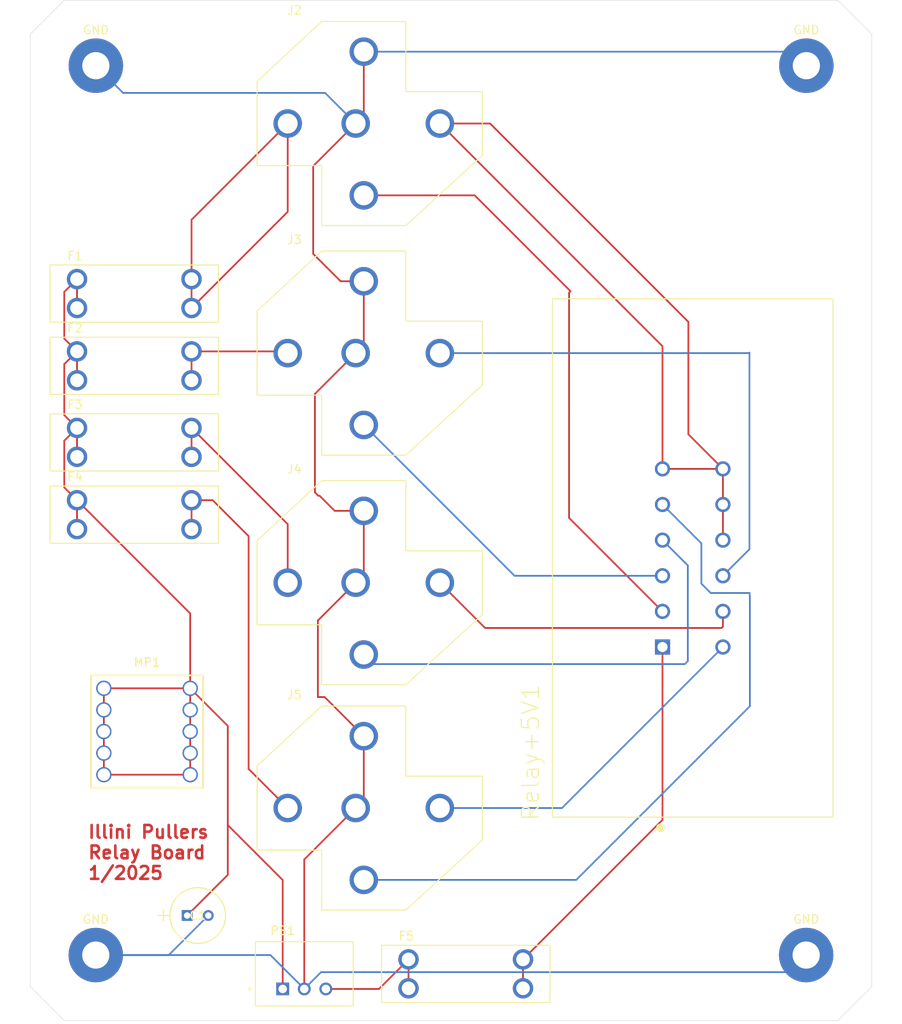
<source format=kicad_pcb>
(kicad_pcb (version 20240108) (generator "pcbnew") (generator_version "8.0")
  (layers (0 "F.Cu" signal) (31 "B.Cu" signal) (34 "B.Paste" user) (35 "F.Paste" user) (36 "B.SilkS" user "B.Silkscreen") (37 "F.SilkS" user "F.Silkscreen") (38 "B.Mask" user) (39 "F.Mask" user) (44 "Edge.Cuts" user))
  (net 0 "")
  (net 1 "+12V")
  (net 2 "Net-(F1-Pad2_1)")
  (net 3 "Net-(F2-Pad2_1)")
  (net 4 "Net-(F3-Pad2_1)")
  (net 5 "Net-(F4-Pad2_1)")
  (net 6 "Net-(PS1-+VOUT)")
  (net 7 "Net-(F5-Pad2_1)")
  (net 8 "Net-(J2-Pad30)")
  (net 9 "GND")
  (net 10 "Net-(J2-Pad85)")
  (net 11 "Net-(J3-Pad30)")
  (net 12 "Net-(J3-Pad85)")
  (net 13 "Net-(J4-Pad30)")
  (net 14 "Net-(J4-Pad85)")
  (net 15 "Net-(J5-Pad30)")
  (net 16 "Net-(J5-Pad85)")
  (footprint "3557_15:FUSE_3557-15" (layer "F.Cu") (at 71.12 95.04)
    (property "Reference" "F3" (at -6.985 -4.445 0) (layer "F.SilkS"))
    (property "Value" "3557-15")
    (fp_line (start -9.905 -3.365) (end -9.905 3.365) (stroke (width 0.127)) (layer "F.SilkS"))
    (fp_line (start -9.905 3.365) (end 9.905 3.365) (stroke (width 0.127)) (layer "F.SilkS"))
    (fp_line (start 9.905 -3.365) (end -9.905 -3.365) (stroke (width 0.127)) (layer "F.SilkS"))
    (fp_line (start 9.905 3.365) (end 9.905 -3.365) (stroke (width 0.127)) (layer "F.SilkS"))
    (pad "1_1" thru_hole circle (at -6.735 -1.7) (size 2.4 2.4) (drill 1.6) (layers "*.Cu" "*.Mask") (net 1 "+12V"))
    (pad "1_2" thru_hole circle (at -6.735 1.7) (size 2.4 2.4) (drill 1.6) (layers "*.Cu" "*.Mask"))
    (pad "2_1" thru_hole circle (at 6.735 -1.7) (size 2.4 2.4) (drill 1.6) (layers "*.Cu" "*.Mask") (net 4 "Net-(F3-Pad2_1)"))
    (pad "2_2" thru_hole circle (at 6.735 1.7) (size 2.4 2.4) (drill 1.6) (layers "*.Cu" "*.Mask"))
  )
  (footprint "DTM15-12PA:TE_DTM15-12PA" (layer "F.Cu") (at 136.82 108.63 90)
    (property "Reference" "Relay+5V1" (at -22.89625 -19.08021 90) (layer "F.SilkS") (effects (font (size 2.003165 2.003165))))
    (property "Value" "DTM15-12PA")
    (fp_line (start 30.48 -16.51) (end 30.48 16.51) (stroke (width 0.127)) (layer "F.SilkS"))
    (fp_line (start -30.48 -16.51) (end 30.48 -16.51) (stroke (width 0.127)) (layer "F.SilkS"))
    (fp_line (start 30.48 16.51) (end -30.48 16.51) (stroke (width 0.127)) (layer "F.SilkS"))
    (fp_line (start -30.48 16.51) (end -30.48 -16.51) (stroke (width 0.127)) (layer "F.SilkS"))
    (fp_circle (center -31.75 -3.81) (end -31.5 -3.81) (stroke (width 0.5)) (fill none) (layer "F.SilkS"))
    (pad "" np_thru_hole circle (at -17.41 -12.7 90) (size 2.99 2.99) (drill 2.99) (layers "*.Cu" "*.Mask"))
    (pad "" np_thru_hole circle (at -17.41 12.7 90) (size 2.99 2.99) (drill 2.99) (layers "*.Cu" "*.Mask"))
    (pad "" np_thru_hole circle (at 17.41 -12.7 90) (size 2.99 2.99) (drill 2.99) (layers "*.Cu" "*.Mask"))
    (pad "" np_thru_hole circle (at 17.41 12.7 90) (size 2.99 2.99) (drill 2.99) (layers "*.Cu" "*.Mask"))
    (pad "1" thru_hole rect (at -10.475 -3.555 90) (size 1.785 1.785) (drill 1.19) (layers "*.Cu" "*.Mask") (net 7 "Net-(F5-Pad2_1)"))
    (pad "2" thru_hole circle (at -6.285 -3.555 90) (size 1.785 1.785) (drill 1.19) (layers "*.Cu" "*.Mask") (net 10 "Net-(J2-Pad85)"))
    (pad "3" thru_hole circle (at -2.095 -3.555 90) (size 1.785 1.785) (drill 1.19) (layers "*.Cu" "*.Mask") (net 12 "Net-(J3-Pad85)"))
    (pad "4" thru_hole circle (at 2.095 -3.555 90) (size 1.785 1.785) (drill 1.19) (layers "*.Cu" "*.Mask") (net 14 "Net-(J4-Pad85)"))
    (pad "5" thru_hole circle (at 6.285 -3.555 90) (size 1.785 1.785) (drill 1.19) (layers "*.Cu" "*.Mask") (net 16 "Net-(J5-Pad85)"))
    (pad "6" thru_hole circle (at 10.475 -3.555 90) (size 1.785 1.785) (drill 1.19) (layers "*.Cu" "*.Mask") (net 8 "Net-(J2-Pad30)"))
    (pad "7" thru_hole circle (at 10.475 3.555 90) (size 1.785 1.785) (drill 1.19) (layers "*.Cu" "*.Mask") (net 8 "Net-(J2-Pad30)"))
    (pad "8" thru_hole circle (at 6.285 3.555 90) (size 1.785 1.785) (drill 1.19) (layers "*.Cu" "*.Mask") (net 8 "Net-(J2-Pad30)"))
    (pad "9" thru_hole circle (at 2.095 3.555 90) (size 1.785 1.785) (drill 1.19) (layers "*.Cu" "*.Mask") (net 8 "Net-(J2-Pad30)"))
    (pad "10" thru_hole circle (at -2.095 3.555 90) (size 1.785 1.785) (drill 1.19) (layers "*.Cu" "*.Mask") (net 11 "Net-(J3-Pad30)"))
    (pad "11" thru_hole circle (at -6.285 3.555 90) (size 1.785 1.785) (drill 1.19) (layers "*.Cu" "*.Mask") (net 13 "Net-(J4-Pad30)"))
    (pad "12" thru_hole circle (at -10.475 3.555 90) (size 1.785 1.785) (drill 1.19) (layers "*.Cu" "*.Mask") (net 15 "Net-(J5-Pad30)"))
  )
  (footprint "3557_15:FUSE_3557-15" (layer "F.Cu") (at 71.12 103.54)
    (property "Reference" "F4" (at -6.985 -4.445 0) (layer "F.SilkS"))
    (property "Value" "3557-15")
    (fp_line (start -9.905 -3.365) (end -9.905 3.365) (stroke (width 0.127)) (layer "F.SilkS"))
    (fp_line (start -9.905 3.365) (end 9.905 3.365) (stroke (width 0.127)) (layer "F.SilkS"))
    (fp_line (start 9.905 -3.365) (end -9.905 -3.365) (stroke (width 0.127)) (layer "F.SilkS"))
    (fp_line (start 9.905 3.365) (end 9.905 -3.365) (stroke (width 0.127)) (layer "F.SilkS"))
    (pad "1_1" thru_hole circle (at -6.735 -1.7) (size 2.4 2.4) (drill 1.6) (layers "*.Cu" "*.Mask") (net 1 "+12V"))
    (pad "1_2" thru_hole circle (at -6.735 1.7) (size 2.4 2.4) (drill 1.6) (layers "*.Cu" "*.Mask"))
    (pad "2_1" thru_hole circle (at 6.735 -1.7) (size 2.4 2.4) (drill 1.6) (layers "*.Cu" "*.Mask") (net 5 "Net-(F4-Pad2_1)"))
    (pad "2_2" thru_hole circle (at 6.735 1.7) (size 2.4 2.4) (drill 1.6) (layers "*.Cu" "*.Mask"))
  )
  (footprint "3557_15:FUSE_3557-15" (layer "F.Cu") (at 110.12 157.54)
    (property "Reference" "F5" (at -6.985 -4.445 0) (layer "F.SilkS"))
    (property "Value" "3557-15")
    (fp_line (start -9.905 -3.365) (end -9.905 3.365) (stroke (width 0.127)) (layer "F.SilkS"))
    (fp_line (start -9.905 3.365) (end 9.905 3.365) (stroke (width 0.127)) (layer "F.SilkS"))
    (fp_line (start 9.905 -3.365) (end -9.905 -3.365) (stroke (width 0.127)) (layer "F.SilkS"))
    (fp_line (start 9.905 3.365) (end 9.905 -3.365) (stroke (width 0.127)) (layer "F.SilkS"))
    (pad "1_1" thru_hole circle (at -6.735 -1.7) (size 2.4 2.4) (drill 1.6) (layers "*.Cu" "*.Mask") (net 6 "Net-(PS1-+VOUT)"))
    (pad "1_2" thru_hole circle (at -6.735 1.7) (size 2.4 2.4) (drill 1.6) (layers "*.Cu" "*.Mask"))
    (pad "2_1" thru_hole circle (at 6.735 -1.7) (size 2.4 2.4) (drill 1.6) (layers "*.Cu" "*.Mask") (net 7 "Net-(F5-Pad2_1)"))
    (pad "2_2" thru_hole circle (at 6.735 1.7) (size 2.4 2.4) (drill 1.6) (layers "*.Cu" "*.Mask"))
  )
  (footprint "3557_15:FUSE_3557-15" (layer "F.Cu") (at 71.12 86.04)
    (property "Reference" "F2" (at -6.985 -4.445 0) (layer "F.SilkS"))
    (property "Value" "3557-15")
    (fp_line (start -9.905 -3.365) (end -9.905 3.365) (stroke (width 0.127)) (layer "F.SilkS"))
    (fp_line (start -9.905 3.365) (end 9.905 3.365) (stroke (width 0.127)) (layer "F.SilkS"))
    (fp_line (start 9.905 -3.365) (end -9.905 -3.365) (stroke (width 0.127)) (layer "F.SilkS"))
    (fp_line (start 9.905 3.365) (end 9.905 -3.365) (stroke (width 0.127)) (layer "F.SilkS"))
    (pad "1_1" thru_hole circle (at -6.735 -1.7) (size 2.4 2.4) (drill 1.6) (layers "*.Cu" "*.Mask") (net 1 "+12V"))
    (pad "1_2" thru_hole circle (at -6.735 1.7) (size 2.4 2.4) (drill 1.6) (layers "*.Cu" "*.Mask"))
    (pad "2_1" thru_hole circle (at 6.735 -1.7) (size 2.4 2.4) (drill 1.6) (layers "*.Cu" "*.Mask") (net 3 "Net-(F2-Pad2_1)"))
    (pad "2_2" thru_hole circle (at 6.735 1.7) (size 2.4 2.4) (drill 1.6) (layers "*.Cu" "*.Mask"))
  )
  (footprint "footprints:U1-I_NCH" (layer "F.Cu") (at 77.3408 150.68)
    (property "Reference" "C1" (at 1.2446 0 0) (layer "F.SilkS"))
    (property "Value" "UVP1H100MED")
    (fp_line (start -3.429 0) (end -2.159 0) (stroke (width 0.1524)) (layer "F.SilkS"))
    (fp_line (start -2.794 -0.635) (end -2.794 0.635) (stroke (width 0.1524)) (layer "F.SilkS"))
    (fp_circle (center 1.2446 0) (end 4.5212 0) (stroke (width 0.1524)) (fill none) (layer "F.SilkS"))
    (pad "1" thru_hole rect (at 0 0) (size 1.27 1.27) (drill 0.762) (layers "*.Cu" "*.Mask") (net 1 "+12V"))
    (pad "2" thru_hole circle (at 2.4892 0) (size 1.27 1.27) (drill 0.762) (layers "*.Cu" "*.Mask") (net 9 "GND"))
  )
  (footprint "VCF4-1000:TE_VCF4-1000" (layer "F.Cu") (at 98.12 84.54)
    (property "Reference" "J3" (at -8.159 -13.32302 0) (layer "F.SilkS") (effects (font (size 1.006646 1.006646))))
    (property "Value" "VCF4-1000")
    (fp_line (start -12.55 -4.95) (end -4.95 -12) (stroke (width 0.127)) (layer "F.SilkS"))
    (fp_line (start -12.55 4.95) (end -12.55 -4.95) (stroke (width 0.127)) (layer "F.SilkS"))
    (fp_line (start -4.95 -12) (end 4.95 -12) (stroke (width 0.127)) (layer "F.SilkS"))
    (fp_line (start -4.95 4.95) (end -12.55 4.95) (stroke (width 0.127)) (layer "F.SilkS"))
    (fp_line (start -4.95 12) (end -4.95 4.95) (stroke (width 0.127)) (layer "F.SilkS"))
    (fp_line (start 4.95 -12) (end 4.95 -3.75) (stroke (width 0.127)) (layer "F.SilkS"))
    (fp_line (start 4.95 -3.75) (end 13.95 -3.75) (stroke (width 0.127)) (layer "F.SilkS"))
    (fp_line (start 4.95 12) (end -4.95 12) (stroke (width 0.127)) (layer "F.SilkS"))
    (fp_line (start 4.95 12) (end 13.95 3.75) (stroke (width 0.127)) (layer "F.SilkS"))
    (fp_line (start 13.95 -3.75) (end 13.95 3.75) (stroke (width 0.127)) (layer "F.SilkS"))
    (pad "" np_thru_hole circle (at -6.5 -6.5) (size 2.1 2.1) (drill 2.1) (layers "*.Cu" "*.Mask"))
    (pad "" np_thru_hole circle (at 7.5 6.5) (size 2.1 2.1) (drill 2.1) (layers "*.Cu" "*.Mask"))
    (pad "30" thru_hole circle (at 8.95 0) (size 3.3528 3.3528) (drill 2.3368) (layers "*.Cu" "*.Mask") (net 11 "Net-(J3-Pad30)"))
    (pad "85" thru_hole circle (at 0 8.45) (size 3.3528 3.3528) (drill 2.3368) (layers "*.Cu" "*.Mask") (net 12 "Net-(J3-Pad85)"))
    (pad "86" thru_hole circle (at 0 -8.45) (size 3.3528 3.3528) (drill 2.3368) (layers "*.Cu" "*.Mask") (net 9 "GND"))
    (pad "87" thru_hole circle (at -8.95 0) (size 3.3528 3.3528) (drill 2.3368) (layers "*.Cu" "*.Mask") (net 3 "Net-(F2-Pad2_1)"))
    (pad "87A" thru_hole circle (at -0.95 0) (size 3.3528 3.3528) (drill 2.3368) (layers "*.Cu" "*.Mask") (net 9 "GND"))
  )
  (footprint "VCF4-1000:TE_VCF4-1000" (layer "F.Cu") (at 98.12 111.54)
    (property "Reference" "J4" (at -8.159 -13.32302 0) (layer "F.SilkS") (effects (font (size 1.006646 1.006646))))
    (property "Value" "VCF4-1000")
    (fp_line (start -12.55 -4.95) (end -4.95 -12) (stroke (width 0.127)) (layer "F.SilkS"))
    (fp_line (start -12.55 4.95) (end -12.55 -4.95) (stroke (width 0.127)) (layer "F.SilkS"))
    (fp_line (start -4.95 -12) (end 4.95 -12) (stroke (width 0.127)) (layer "F.SilkS"))
    (fp_line (start -4.95 4.95) (end -12.55 4.95) (stroke (width 0.127)) (layer "F.SilkS"))
    (fp_line (start -4.95 12) (end -4.95 4.95) (stroke (width 0.127)) (layer "F.SilkS"))
    (fp_line (start 4.95 -12) (end 4.95 -3.75) (stroke (width 0.127)) (layer "F.SilkS"))
    (fp_line (start 4.95 -3.75) (end 13.95 -3.75) (stroke (width 0.127)) (layer "F.SilkS"))
    (fp_line (start 4.95 12) (end -4.95 12) (stroke (width 0.127)) (layer "F.SilkS"))
    (fp_line (start 4.95 12) (end 13.95 3.75) (stroke (width 0.127)) (layer "F.SilkS"))
    (fp_line (start 13.95 -3.75) (end 13.95 3.75) (stroke (width 0.127)) (layer "F.SilkS"))
    (pad "" np_thru_hole circle (at -6.5 -6.5) (size 2.1 2.1) (drill 2.1) (layers "*.Cu" "*.Mask"))
    (pad "" np_thru_hole circle (at 7.5 6.5) (size 2.1 2.1) (drill 2.1) (layers "*.Cu" "*.Mask"))
    (pad "30" thru_hole circle (at 8.95 0) (size 3.3528 3.3528) (drill 2.3368) (layers "*.Cu" "*.Mask") (net 13 "Net-(J4-Pad30)"))
    (pad "85" thru_hole circle (at 0 8.45) (size 3.3528 3.3528) (drill 2.3368) (layers "*.Cu" "*.Mask") (net 14 "Net-(J4-Pad85)"))
    (pad "86" thru_hole circle (at 0 -8.45) (size 3.3528 3.3528) (drill 2.3368) (layers "*.Cu" "*.Mask") (net 9 "GND"))
    (pad "87" thru_hole circle (at -8.95 0) (size 3.3528 3.3528) (drill 2.3368) (layers "*.Cu" "*.Mask") (net 4 "Net-(F3-Pad2_1)"))
    (pad "87A" thru_hole circle (at -0.95 0) (size 3.3528 3.3528) (drill 2.3368) (layers "*.Cu" "*.Mask") (net 9 "GND"))
  )
  (footprint "MountingHole:MountingHole_3.2mm_M3_Pad" (layer "F.Cu") (at 66.6 50.74)
    (property "Reference" "GND" (at 0 -4.2 0) (layer "F.SilkS"))
    (property "Value" "MountingHole_3.2mm_M3_Pad")
    (pad "1" thru_hole circle (at 0 0) (size 6.4 6.4) (drill 3.2) (layers "*.Cu" "*.Mask") (net 9 "GND"))
  )
  (footprint "3557_15:FUSE_3557-15" (layer "F.Cu") (at 71.12 77.54)
    (property "Reference" "F1" (at -6.985 -4.445 0) (layer "F.SilkS"))
    (property "Value" "3557-15")
    (fp_line (start -9.905 -3.365) (end -9.905 3.365) (stroke (width 0.127)) (layer "F.SilkS"))
    (fp_line (start -9.905 3.365) (end 9.905 3.365) (stroke (width 0.127)) (layer "F.SilkS"))
    (fp_line (start 9.905 -3.365) (end -9.905 -3.365) (stroke (width 0.127)) (layer "F.SilkS"))
    (fp_line (start 9.905 3.365) (end 9.905 -3.365) (stroke (width 0.127)) (layer "F.SilkS"))
    (pad "1_1" thru_hole circle (at -6.735 -1.7) (size 2.4 2.4) (drill 1.6) (layers "*.Cu" "*.Mask") (net 1 "+12V"))
    (pad "1_2" thru_hole circle (at -6.735 1.7) (size 2.4 2.4) (drill 1.6) (layers "*.Cu" "*.Mask"))
    (pad "2_1" thru_hole circle (at 6.735 -1.7) (size 2.4 2.4) (drill 1.6) (layers "*.Cu" "*.Mask") (net 2 "Net-(F1-Pad2_1)"))
    (pad "2_2" thru_hole circle (at 6.735 1.7) (size 2.4 2.4) (drill 1.6) (layers "*.Cu" "*.Mask"))
  )
  (footprint "7461108:WP-RATR_7461108_HAL" (layer "F.Cu") (at 72.62 129.04)
    (property "Reference" "MP1" (at 0 -8.135 0) (layer "F.SilkS"))
    (property "Value" "WP-RATR")
    (property "VALUE" "7461108" (hide yes))
    (fp_line (start -6.6 -6.6) (end 6.6 -6.6) (stroke (width 0.2)) (layer "F.SilkS"))
    (fp_line (start -6.6 6.6) (end -6.6 -6.6) (stroke (width 0.2)) (layer "F.SilkS"))
    (fp_line (start 6.6 -6.6) (end 6.6 6.6) (stroke (width 0.2)) (layer "F.SilkS"))
    (fp_line (start 6.6 6.6) (end -6.6 6.6) (stroke (width 0.2)) (layer "F.SilkS"))
    (pad "1" thru_hole circle (at 5.08 -5.08) (size 1.8 1.8) (drill 1.45) (layers "*.Cu" "*.Mask") (net 1 "+12V"))
    (pad "2" thru_hole circle (at 5.08 -2.54) (size 1.8 1.8) (drill 1.45) (layers "*.Cu" "*.Mask"))
    (pad "3" thru_hole circle (at 5.08 0) (size 1.8 1.8) (drill 1.45) (layers "*.Cu" "*.Mask"))
    (pad "4" thru_hole circle (at 5.08 2.54) (size 1.8 1.8) (drill 1.45) (layers "*.Cu" "*.Mask"))
    (pad "5" thru_hole circle (at 5.08 5.08) (size 1.8 1.8) (drill 1.45) (layers "*.Cu" "*.Mask"))
    (pad "6" thru_hole circle (at -5.08 5.08) (size 1.8 1.8) (drill 1.45) (layers "*.Cu" "*.Mask"))
    (pad "7" thru_hole circle (at -5.08 2.54) (size 1.8 1.8) (drill 1.45) (layers "*.Cu" "*.Mask"))
    (pad "8" thru_hole circle (at -5.08 0) (size 1.8 1.8) (drill 1.45) (layers "*.Cu" "*.Mask"))
    (pad "9" thru_hole circle (at -5.08 -2.54) (size 1.8 1.8) (drill 1.45) (layers "*.Cu" "*.Mask"))
    (pad "10" thru_hole circle (at -5.08 -5.08) (size 1.8 1.8) (drill 1.45) (layers "*.Cu" "*.Mask"))
  )
  (footprint "MountingHole:MountingHole_3.2mm_M3_Pad" (layer "F.Cu") (at 66.59 155.33)
    (property "Reference" "GND" (at 0 -4.2 0) (layer "F.SilkS"))
    (property "Value" "MountingHole_3.2mm_M3_Pad")
    (pad "1" thru_hole circle (at 0 0) (size 6.4 6.4) (drill 3.2) (layers "*.Cu" "*.Mask") (net 9 "GND"))
  )
  (footprint "MountingHole:MountingHole_3.2mm_M3_Pad" (layer "F.Cu") (at 150.17 155.33)
    (property "Reference" "GND" (at 0 -4.2 0) (layer "F.SilkS"))
    (property "Value" "MountingHole_3.2mm_M3_Pad")
    (pad "1" thru_hole circle (at 0 0) (size 6.4 6.4) (drill 3.2) (layers "*.Cu" "*.Mask") (net 9 "GND"))
  )
  (footprint "VCF4-1000:TE_VCF4-1000" (layer "F.Cu") (at 98.12 138.04)
    (property "Reference" "J5" (at -8.159 -13.32302 0) (layer "F.SilkS") (effects (font (size 1.006646 1.006646))))
    (property "Value" "VCF4-1000")
    (fp_line (start -12.55 -4.95) (end -4.95 -12) (stroke (width 0.127)) (layer "F.SilkS"))
    (fp_line (start -12.55 4.95) (end -12.55 -4.95) (stroke (width 0.127)) (layer "F.SilkS"))
    (fp_line (start -4.95 -12) (end 4.95 -12) (stroke (width 0.127)) (layer "F.SilkS"))
    (fp_line (start -4.95 4.95) (end -12.55 4.95) (stroke (width 0.127)) (layer "F.SilkS"))
    (fp_line (start -4.95 12) (end -4.95 4.95) (stroke (width 0.127)) (layer "F.SilkS"))
    (fp_line (start 4.95 -12) (end 4.95 -3.75) (stroke (width 0.127)) (layer "F.SilkS"))
    (fp_line (start 4.95 -3.75) (end 13.95 -3.75) (stroke (width 0.127)) (layer "F.SilkS"))
    (fp_line (start 4.95 12) (end -4.95 12) (stroke (width 0.127)) (layer "F.SilkS"))
    (fp_line (start 4.95 12) (end 13.95 3.75) (stroke (width 0.127)) (layer "F.SilkS"))
    (fp_line (start 13.95 -3.75) (end 13.95 3.75) (stroke (width 0.127)) (layer "F.SilkS"))
    (pad "" np_thru_hole circle (at -6.5 -6.5) (size 2.1 2.1) (drill 2.1) (layers "*.Cu" "*.Mask"))
    (pad "" np_thru_hole circle (at 7.5 6.5) (size 2.1 2.1) (drill 2.1) (layers "*.Cu" "*.Mask"))
    (pad "30" thru_hole circle (at 8.95 0) (size 3.3528 3.3528) (drill 2.3368) (layers "*.Cu" "*.Mask") (net 15 "Net-(J5-Pad30)"))
    (pad "85" thru_hole circle (at 0 8.45) (size 3.3528 3.3528) (drill 2.3368) (layers "*.Cu" "*.Mask") (net 16 "Net-(J5-Pad85)"))
    (pad "86" thru_hole circle (at 0 -8.45) (size 3.3528 3.3528) (drill 2.3368) (layers "*.Cu" "*.Mask") (net 9 "GND"))
    (pad "87" thru_hole circle (at -8.95 0) (size 3.3528 3.3528) (drill 2.3368) (layers "*.Cu" "*.Mask") (net 5 "Net-(F4-Pad2_1)"))
    (pad "87A" thru_hole circle (at -0.95 0) (size 3.3528 3.3528) (drill 2.3368) (layers "*.Cu" "*.Mask") (net 9 "GND"))
  )
  (footprint "R_789_0_0_5:CONV_R-789.0-0.5" (layer "F.Cu") (at 91.12 157.54)
    (property "Reference" "PS1" (at -2.54 -5.08 0) (layer "F.SilkS"))
    (property "Value" "R-789.0-0.5")
    (fp_line (start -5.75 -3.775) (end -5.75 3.775) (stroke (width 0.127)) (layer "F.SilkS"))
    (fp_line (start -5.75 3.775) (end 5.75 3.775) (stroke (width 0.127)) (layer "F.SilkS"))
    (fp_line (start 5.75 -3.775) (end -5.75 -3.775) (stroke (width 0.127)) (layer "F.SilkS"))
    (fp_line (start 5.75 3.775) (end 5.75 -3.775) (stroke (width 0.127)) (layer "F.SilkS"))
    (fp_circle (center -6.4 1.775) (end -6.3 1.775) (stroke (width 0.2)) (fill none) (layer "F.SilkS"))
    (pad "1" thru_hole rect (at -2.54 1.775) (size 1.508 1.508) (drill 1) (layers "*.Cu" "*.Mask") (net 1 "+12V"))
    (pad "2" thru_hole circle (at 0 1.775) (size 1.508 1.508) (drill 1) (layers "*.Cu" "*.Mask") (net 9 "GND"))
    (pad "3" thru_hole circle (at 2.54 1.775) (size 1.508 1.508) (drill 1) (layers "*.Cu" "*.Mask") (net 6 "Net-(PS1-+VOUT)"))
  )
  (footprint "MountingHole:MountingHole_3.2mm_M3_Pad" (layer "F.Cu") (at 150.19 50.74)
    (property "Reference" "GND" (at 0 -4.2 0) (layer "F.SilkS"))
    (property "Value" "MountingHole_3.2mm_M3_Pad")
    (pad "1" thru_hole circle (at 0 0) (size 6.4 6.4) (drill 3.2) (layers "*.Cu" "*.Mask") (net 9 "GND"))
  )
  (footprint "VCF4-1000:TE_VCF4-1000" (layer "F.Cu") (at 98.12 57.54)
    (property "Reference" "J2" (at -8.159 -13.32302 0) (layer "F.SilkS") (effects (font (size 1.006646 1.006646))))
    (property "Value" "VCF4-1000")
    (fp_line (start -12.55 -4.95) (end -4.95 -12) (stroke (width 0.127)) (layer "F.SilkS"))
    (fp_line (start -12.55 4.95) (end -12.55 -4.95) (stroke (width 0.127)) (layer "F.SilkS"))
    (fp_line (start -4.95 -12) (end 4.95 -12) (stroke (width 0.127)) (layer "F.SilkS"))
    (fp_line (start -4.95 4.95) (end -12.55 4.95) (stroke (width 0.127)) (layer "F.SilkS"))
    (fp_line (start -4.95 12) (end -4.95 4.95) (stroke (width 0.127)) (layer "F.SilkS"))
    (fp_line (start 4.95 -12) (end 4.95 -3.75) (stroke (width 0.127)) (layer "F.SilkS"))
    (fp_line (start 4.95 -3.75) (end 13.95 -3.75) (stroke (width 0.127)) (layer "F.SilkS"))
    (fp_line (start 4.95 12) (end -4.95 12) (stroke (width 0.127)) (layer "F.SilkS"))
    (fp_line (start 4.95 12) (end 13.95 3.75) (stroke (width 0.127)) (layer "F.SilkS"))
    (fp_line (start 13.95 -3.75) (end 13.95 3.75) (stroke (width 0.127)) (layer "F.SilkS"))
    (pad "" np_thru_hole circle (at -6.5 -6.5) (size 2.1 2.1) (drill 2.1) (layers "*.Cu" "*.Mask"))
    (pad "" np_thru_hole circle (at 7.5 6.5) (size 2.1 2.1) (drill 2.1) (layers "*.Cu" "*.Mask"))
    (pad "30" thru_hole circle (at 8.95 0) (size 3.3528 3.3528) (drill 2.3368) (layers "*.Cu" "*.Mask") (net 8 "Net-(J2-Pad30)"))
    (pad "85" thru_hole circle (at 0 8.45) (size 3.3528 3.3528) (drill 2.3368) (layers "*.Cu" "*.Mask") (net 10 "Net-(J2-Pad85)"))
    (pad "86" thru_hole circle (at 0 -8.45) (size 3.3528 3.3528) (drill 2.3368) (layers "*.Cu" "*.Mask") (net 9 "GND"))
    (pad "87" thru_hole circle (at -8.95 0) (size 3.3528 3.3528) (drill 2.3368) (layers "*.Cu" "*.Mask") (net 2 "Net-(F1-Pad2_1)"))
    (pad "87A" thru_hole circle (at -0.95 0) (size 3.3528 3.3528) (drill 2.3368) (layers "*.Cu" "*.Mask") (net 9 "GND"))
  )
  (gr_line (start 62.885 43.04) (end 153.885 43.04) (stroke (width 0.05)) (layer "Edge.Cuts"))
  (gr_line (start 157.885 47.04) (end 157.885 159.04) (stroke (width 0.05)) (layer "Edge.Cuts"))
  (gr_line (start 153.885 163.04) (end 157.885 159.04) (stroke (width 0.05)) (layer "Edge.Cuts"))
  (gr_line (start 153.885 163.04) (end 153.885 163.04) (stroke (width 0.05)) (layer "Edge.Cuts"))
  (gr_line (start 58.885 47.04) (end 58.885 159.04) (stroke (width 0.05)) (layer "Edge.Cuts"))
  (gr_line (start 157.885 47.04) (end 153.885 43.04) (stroke (width 0.05)) (layer "Edge.Cuts"))
  (gr_line (start 62.885 163.04) (end 153.885 163.04) (stroke (width 0.05)) (layer "Edge.Cuts"))
  (gr_line (start 62.885 43.04) (end 58.885 47.04) (stroke (width 0.05)) (layer "Edge.Cuts"))
  (gr_line (start 58.885 159.04) (end 62.885 163.04) (stroke (width 0.05)) (layer "Edge.Cuts"))
  (gr_text "Illini Pullers \nRelay Board \n1/2025" (at 65.55 146.56 0) (layer "F.Cu") (effects (font (size 1.5 1.5) (thickness 0.3) (bold yes)) (justify left bottom)))
  (segment (start 77.7 123.96) (end 82.12 128.38) (width 0.2) (layer "F.Cu") (net 1))
  (segment (start 82.12 139.43) (end 82.12 140.04) (width 0.2) (layer "F.Cu") (net 1))
  (segment (start 67.54 129.04) (end 67.54 131.58) (width 0.2) (layer "F.Cu") (net 1))
  (segment (start 64.385 79.24) (end 64.385 75.84) (width 0.2) (layer "F.Cu") (net 1))
  (segment (start 88.58 158.51) (end 88.58 159.315) (width 0.2) (layer "F.Cu") (net 1))
  (segment (start 77.7 123.96) (end 77.7 115.155) (width 0.2) (layer "F.Cu") (net 1))
  (segment (start 64.385 84.34) (end 64.385 87.74) (width 0.2) (layer "F.Cu") (net 1))
  (segment (start 67.54 131.58) (end 67.54 134.12) (width 0.2) (layer "F.Cu") (net 1))
  (segment (start 77.7 126.5) (end 77.7 123.96) (width 0.2) (layer "F.Cu") (net 1))
  (segment (start 62.885 100.34) (end 62.885 94.84) (width 0.2) (layer "F.Cu") (net 1))
  (segment (start 62.885 85.84) (end 64.385 84.34) (width 0.2) (layer "F.Cu") (net 1))
  (segment (start 67.54 123.96) (end 67.54 126.5) (width 0.2) (layer "F.Cu") (net 1))
  (segment (start 82.12 140.04) (end 88.58 146.5) (width 0.2) (layer "F.Cu") (net 1))
  (segment (start 67.54 123.96) (end 77.7 123.96) (width 0.2) (layer "F.Cu") (net 1))
  (segment (start 67.54 126.5) (end 67.54 129.04) (width 0.2) (layer "F.Cu") (net 1))
  (segment (start 77.3408 150.68) (end 82.12 145.9008) (width 0.2) (layer "F.Cu") (net 1))
  (segment (start 77.7 115.155) (end 64.385 101.84) (width 0.2) (layer "F.Cu") (net 1))
  (segment (start 64.385 93.34) (end 64.385 96.74) (width 0.2) (layer "F.Cu") (net 1))
  (segment (start 62.885 91.84) (end 62.885 85.84) (width 0.2) (layer "F.Cu") (net 1))
  (segment (start 88.58 146.5) (end 88.58 159.315) (width 0.2) (layer "F.Cu") (net 1))
  (segment (start 64.385 93.34) (end 62.885 91.84) (width 0.2) (layer "F.Cu") (net 1))
  (segment (start 77.7 129.04) (end 77.7 131.58) (width 0.2) (layer "F.Cu") (net 1))
  (segment (start 62.885 94.84) (end 64.385 93.34) (width 0.2) (layer "F.Cu") (net 1))
  (segment (start 77.7 129.04) (end 77.7 126.5) (width 0.2) (layer "F.Cu") (net 1))
  (segment (start 82.12 128.38) (end 82.12 139.43) (width 0.2) (layer "F.Cu") (net 1))
  (segment (start 82.12 145.9008) (end 82.12 139.43) (width 0.2) (layer "F.Cu") (net 1))
  (segment (start 67.54 134.12) (end 77.7 134.12) (width 0.2) (layer "F.Cu") (net 1))
  (segment (start 64.385 101.84) (end 62.885 100.34) (width 0.2) (layer "F.Cu") (net 1))
  (segment (start 77.7 134.12) (end 77.7 131.58) (width 0.2) (layer "F.Cu") (net 1))
  (segment (start 62.885 82.84) (end 62.885 77.34) (width 0.2) (layer "F.Cu") (net 1))
  (segment (start 64.385 84.34) (end 62.885 82.84) (width 0.2) (layer "F.Cu") (net 1))
  (segment (start 64.385 101.84) (end 64.385 105.24) (width 0.2) (layer "F.Cu") (net 1))
  (segment (start 62.885 77.34) (end 64.385 75.84) (width 0.2) (layer "F.Cu") (net 1))
  (segment (start 77.855 75.84) (end 77.855 68.855) (width 0.2) (layer "F.Cu") (net 2))
  (segment (start 77.855 75.84) (end 77.855 79.24) (width 0.2) (layer "F.Cu") (net 2))
  (segment (start 77.855 68.855) (end 89.17 57.54) (width 0.2) (layer "F.Cu") (net 2))
  (segment (start 77.855 79.24) (end 89.17 67.925) (width 0.2) (layer "F.Cu") (net 2))
  (segment (start 89.17 67.925) (end 89.17 57.54) (width 0.2) (layer "F.Cu") (net 2))
  (segment (start 77.855 79.24) (end 78.12 79.24) (width 0.2) (layer "B.Cu") (net 2))
  (segment (start 78.12 79.24) (end 78.22 79.34) (width 0.2) (layer "B.Cu") (net 2))
  (segment (start 77.855 84.34) (end 88.97 84.34) (width 0.2) (layer "F.Cu") (net 3))
  (segment (start 88.97 84.34) (end 89.17 84.54) (width 0.2) (layer "F.Cu") (net 3))
  (segment (start 77.855 84.34) (end 77.855 87.74) (width 0.2) (layer "F.Cu") (net 3))
  (segment (start 89.17 104.655) (end 89.17 111.54) (width 0.2) (layer "F.Cu") (net 4))
  (segment (start 77.855 93.34) (end 77.855 96.74) (width 0.2) (layer "F.Cu") (net 4))
  (segment (start 77.855 93.34) (end 89.17 104.655) (width 0.2) (layer "F.Cu") (net 4))
  (segment (start 84.57 106.065) (end 84.57 133.44) (width 0.2) (layer "F.Cu") (net 5))
  (segment (start 84.57 133.44) (end 89.17 138.04) (width 0.2) (layer "F.Cu") (net 5))
  (segment (start 77.855 101.84) (end 80.345 101.84) (width 0.2) (layer "F.Cu") (net 5))
  (segment (start 77.855 101.84) (end 77.855 105.24) (width 0.2) (layer "F.Cu") (net 5))
  (segment (start 80.345 101.84) (end 84.57 106.065) (width 0.2) (layer "F.Cu") (net 5))
  (segment (start 93.66 159.315) (end 99.91 159.315) (width 0.2) (layer "F.Cu") (net 6))
  (segment (start 99.91 159.315) (end 103.385 155.84) (width 0.2) (layer "F.Cu") (net 6))
  (segment (start 103.385 155.84) (end 103.385 159.24) (width 0.2) (layer "F.Cu") (net 6))
  (segment (start 116.855 155.84) (end 133.265 139.43) (width 0.2) (layer "F.Cu") (net 7))
  (segment (start 116.855 155.84) (end 116.855 159.24) (width 0.2) (layer "F.Cu") (net 7))
  (segment (start 133.265 139.43) (end 133.265 119.105) (width 0.2) (layer "F.Cu") (net 7))
  (segment (start 136.3075 94.0875) (end 140.375 98.155) (width 0.2) (layer "F.Cu") (net 8))
  (segment (start 112.9825 57.54) (end 136.3075 80.865) (width 0.2) (layer "F.Cu") (net 8))
  (segment (start 133.265 83.735) (end 133.265 98.155) (width 0.2) (layer "F.Cu") (net 8))
  (segment (start 136.3075 80.865) (end 136.3075 94.0875) (width 0.2) (layer "F.Cu") (net 8))
  (segment (start 133.265 98.155) (end 140.375 98.155) (width 0.2) (layer "F.Cu") (net 8))
  (segment (start 140.375 98.155) (end 140.375 102.345) (width 0.2) (layer "F.Cu") (net 8))
  (segment (start 140.375 106.535) (end 140.375 102.345) (width 0.2) (layer "F.Cu") (net 8))
  (segment (start 107.07 57.54) (end 133.265 83.735) (width 0.2) (layer "F.Cu") (net 8))
  (segment (start 107.07 57.54) (end 112.9825 57.54) (width 0.2) (layer "F.Cu") (net 8))
  (segment (start 92.77 101.315) (end 92.92 101.315) (width 0.2) (layer "F.Cu") (net 9))
  (segment (start 98.12 83.59) (end 97.17 84.54) (width 0.2) (layer "F.Cu") (net 9))
  (segment (start 98.12 76.09) (end 98.12 83.59) (width 0.2) (layer "F.Cu") (net 9))
  (segment (start 97.17 57.54) (end 92.17 62.54) (width 0.2) (layer "F.Cu") (net 9))
  (segment (start 91.12 159.315) (end 91.12 144.09) (width 0.2) (layer "F.Cu") (net 9))
  (segment (start 91.12 144.09) (end 97.17 138.04) (width 0.2) (layer "F.Cu") (net 9))
  (segment (start 92.92 101.315) (end 94.695 103.09) (width 0.2) (layer "F.Cu") (net 9))
  (segment (start 97.17 84.54) (end 92.37 89.34) (width 0.2) (layer "F.Cu") (net 9))
  (segment (start 97.17 111.54) (end 92.72 115.99) (width 0.2) (layer "F.Cu") (net 9))
  (segment (start 98.12 103.09) (end 98.12 110.59) (width 0.2) (layer "F.Cu") (net 9))
  (segment (start 98.12 110.59) (end 97.17 111.54) (width 0.2) (layer "F.Cu") (net 9))
  (segment (start 92.17 72.865) (end 95.395 76.09) (width 0.2) (layer "F.Cu") (net 9))
  (segment (start 94.695 103.09) (end 98.12 103.09) (width 0.2) (layer "F.Cu") (net 9))
  (segment (start 98.12 56.59) (end 97.17 57.54) (width 0.2) (layer "F.Cu") (net 9))
  (segment (start 93.52 124.99) (end 98.12 129.59) (width 0.2) (layer "F.Cu") (net 9))
  (segment (start 92.72 115.99) (end 92.72 124.99) (width 0.2) (layer "F.Cu") (net 9))
  (segment (start 98.12 137.09) (end 97.17 138.04) (width 0.2) (layer "F.Cu") (net 9))
  (segment (start 98.12 129.59) (end 98.12 137.09) (width 0.2) (layer "F.Cu") (net 9))
  (segment (start 98.12 49.09) (end 98.12 56.59) (width 0.2) (layer "F.Cu") (net 9))
  (segment (start 95.395 76.09) (end 98.12 76.09) (width 0.2) (layer "F.Cu") (net 9))
  (segment (start 92.37 89.34) (end 92.37 100.915) (width 0.2) (layer "F.Cu") (net 9))
  (segment (start 92.37 100.915) (end 92.77 101.315) (width 0.2) (layer "F.Cu") (net 9))
  (segment (start 92.17 62.54) (end 92.17 72.865) (width 0.2) (layer "F.Cu") (net 9))
  (segment (start 92.72 124.99) (end 93.52 124.99) (width 0.2) (layer "F.Cu") (net 9))
  (segment (start 66.59 155.33) (end 87.135 155.33) (width 0.2) (layer "B.Cu") (net 9))
  (segment (start 79.83 150.68) (end 75.18 155.33) (width 0.2) (layer "B.Cu") (net 9))
  (segment (start 66.6 50.74) (end 69.8 53.94) (width 0.2) (layer "B.Cu") (net 9))
  (segment (start 93.095 157.34) (end 91.12 159.315) (width 0.2) (layer "B.Cu") (net 9))
  (segment (start 150.17 155.33) (end 148.16 157.34) (width 0.2) (layer "B.Cu") (net 9))
  (segment (start 93.57 53.94) (end 97.17 57.54) (width 0.2) (layer "B.Cu") (net 9))
  (segment (start 87.135 155.33) (end 91.12 159.315) (width 0.2) (layer "B.Cu") (net 9))
  (segment (start 148.54 49.09) (end 150.19 50.74) (width 0.2) (layer "B.Cu") (net 9))
  (segment (start 98.12 49.09) (end 148.54 49.09) (width 0.2) (layer "B.Cu") (net 9))
  (segment (start 69.8 53.94) (end 93.57 53.94) (width 0.2) (layer "B.Cu") (net 9))
  (segment (start 75.18 155.33) (end 66.59 155.33) (width 0.2) (layer "B.Cu") (net 9))
  (segment (start 148.16 157.34) (end 93.095 157.34) (width 0.2) (layer "B.Cu") (net 9))
  (segment (start 98.12 65.99) (end 111.17 65.99) (width 0.2) (layer "F.Cu") (net 10))
  (segment (start 111.17 65.99) (end 122.445 77.265) (width 0.2) (layer "F.Cu") (net 10))
  (segment (start 122.275 103.925) (end 133.265 114.915) (width 0.2) (layer "F.Cu") (net 10))
  (segment (start 122.445 77.265) (end 122.275 77.435) (width 0.2) (layer "F.Cu") (net 10))
  (segment (start 122.275 77.435) (end 122.275 103.925) (width 0.2) (layer "F.Cu") (net 10))
  (segment (start 140.375 110.725) (end 143.495 107.605) (width 0.2) (layer "B.Cu") (net 11))
  (segment (start 143.445 84.54) (end 107.07 84.54) (width 0.2) (layer "B.Cu") (net 11))
  (segment (start 143.495 107.605) (end 143.495 84.49) (width 0.2) (layer "B.Cu") (net 11))
  (segment (start 143.495 84.49) (end 143.445 84.54) (width 0.2) (layer "B.Cu") (net 11))
  (segment (start 115.855 110.725) (end 98.12 92.99) (width 0.2) (layer "B.Cu") (net 12))
  (segment (start 133.265 110.725) (end 115.855 110.725) (width 0.2) (layer "B.Cu") (net 12))
  (segment (start 140.375 116.71) (end 140.375 114.915) (width 0.2) (layer "F.Cu") (net 13))
  (segment (start 107.07 111.54) (end 112.395 116.865) (width 0.2) (layer "F.Cu") (net 13))
  (segment (start 112.395 116.865) (end 140.22 116.865) (width 0.2) (layer "F.Cu") (net 13))
  (segment (start 140.22 116.865) (end 140.375 116.71) (width 0.2) (layer "F.Cu") (net 13))
  (segment (start 136.245 120.765) (end 135.895 121.115) (width 0.2) (layer "B.Cu") (net 14))
  (segment (start 136.245 109.515) (end 136.245 120.765) (width 0.2) (layer "B.Cu") (net 14))
  (segment (start 99.245 121.115) (end 98.12 119.99) (width 0.2) (layer "B.Cu") (net 14))
  (segment (start 135.895 121.115) (end 99.245 121.115) (width 0.2) (layer "B.Cu") (net 14))
  (segment (start 133.265 106.535) (end 136.245 109.515) (width 0.2) (layer "B.Cu") (net 14))
  (segment (start 121.44 138.04) (end 107.07 138.04) (width 0.2) (layer "B.Cu") (net 15))
  (segment (start 140.375 119.105) (end 121.44 138.04) (width 0.2) (layer "B.Cu") (net 15))
  (segment (start 137.84 111.65) (end 138.94 112.75) (width 0.2) (layer "B.Cu") (net 16))
  (segment (start 98.12 146.49) (end 123.12 146.49) (width 0.2) (layer "B.Cu") (net 16))
  (segment (start 143.545 126.065) (end 143.545 113.165) (width 0.2) (layer "B.Cu") (net 16))
  (segment (start 143.52 112.75) (end 143.52 113.14) (width 0.2) (layer "B.Cu") (net 16))
  (segment (start 143.52 113.14) (end 143.545 113.165) (width 0.2) (layer "B.Cu") (net 16))
  (segment (start 138.94 112.75) (end 143.52 112.75) (width 0.2) (layer "B.Cu") (net 16))
  (segment (start 123.12 146.49) (end 143.545 126.065) (width 0.2) (layer "B.Cu") (net 16))
  (segment (start 133.265 102.345) (end 137.84 106.92) (width 0.2) (layer "B.Cu") (net 16))
  (segment (start 137.84 106.92) (end 137.84 111.65) (width 0.2) (layer "B.Cu") (net 16))
)
</source>
